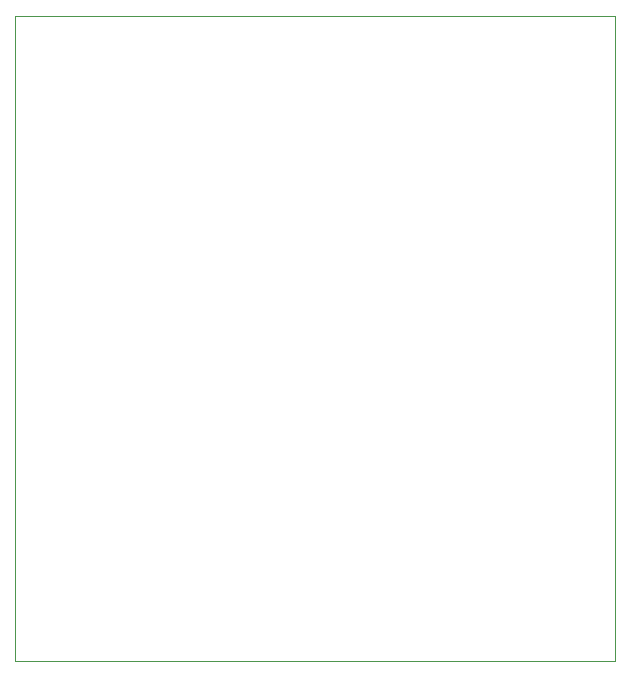
<source format=gko>
G75*
%MOIN*%
%OFA0B0*%
%FSLAX25Y25*%
%IPPOS*%
%LPD*%
%AMOC8*
5,1,8,0,0,1.08239X$1,22.5*
%
%ADD10C,0.00000*%
D10*
X0015337Y0001000D02*
X0015337Y0216000D01*
X0215337Y0216000D01*
X0215337Y0001000D01*
X0015337Y0001000D01*
M02*

</source>
